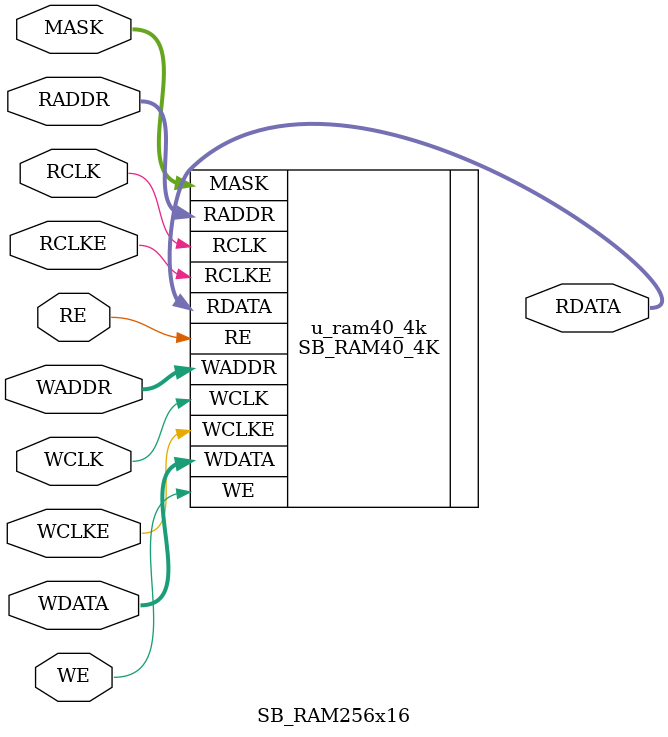
<source format=v>

module SB_RAM256x16
  #(parameter INIT_0 = 256'h0000000000000000000000000000000000000000000000000000000000000000,
    parameter INIT_1 = 256'h0000000000000000000000000000000000000000000000000000000000000000,
    parameter INIT_2 = 256'h0000000000000000000000000000000000000000000000000000000000000000,
    parameter INIT_3 = 256'h0000000000000000000000000000000000000000000000000000000000000000,
    parameter INIT_4 = 256'h0000000000000000000000000000000000000000000000000000000000000000,
    parameter INIT_5 = 256'h0000000000000000000000000000000000000000000000000000000000000000,
    parameter INIT_6 = 256'h0000000000000000000000000000000000000000000000000000000000000000,
    parameter INIT_7 = 256'h0000000000000000000000000000000000000000000000000000000000000000,
    parameter INIT_8 = 256'h0000000000000000000000000000000000000000000000000000000000000000,
    parameter INIT_9 = 256'h0000000000000000000000000000000000000000000000000000000000000000,
    parameter INIT_A = 256'h0000000000000000000000000000000000000000000000000000000000000000,
    parameter INIT_B = 256'h0000000000000000000000000000000000000000000000000000000000000000,
    parameter INIT_C = 256'h0000000000000000000000000000000000000000000000000000000000000000,
    parameter INIT_D = 256'h0000000000000000000000000000000000000000000000000000000000000000,
    parameter INIT_E = 256'h0000000000000000000000000000000000000000000000000000000000000000,
    parameter INIT_F = 256'h0000000000000000000000000000000000000000000000000000000000000000)
   (
    output [15:0] RDATA,
    input         RCLK,
    input         RCLKE,
    input         RE,
    input [7:0]   RADDR,
    input         WCLK,
    input         WCLKE,
    input         WE,
    input [7:0]   WADDR,
    input [15:0]  MASK,
    input [15:0]  WDATA
    );

   SB_RAM40_4K #(.INIT_0(INIT_0),
                 .INIT_1(INIT_1),
                 .INIT_2(INIT_2),
                 .INIT_3(INIT_3),
                 .INIT_4(INIT_4),
                 .INIT_5(INIT_5),
                 .INIT_6(INIT_6),
                 .INIT_7(INIT_7),
                 .INIT_8(INIT_8),
                 .INIT_9(INIT_9),
                 .INIT_A(INIT_A),
                 .INIT_B(INIT_B),
                 .INIT_C(INIT_C),
                 .INIT_D(INIT_D),
                 .INIT_E(INIT_E),
                 .INIT_F(INIT_F))
   u_ram40_4k (.RDATA(RDATA),
               .RADDR(RADDR),
               .RCLK(RCLK),
               .RCLKE(RCLKE),
               .RE(RE),
               .WADDR(WADDR),
               .WCLK(WCLK),
               .WCLKE(WCLKE),
               .WDATA(WDATA),
               .WE(WE),
               .MASK(MASK));
endmodule

</source>
